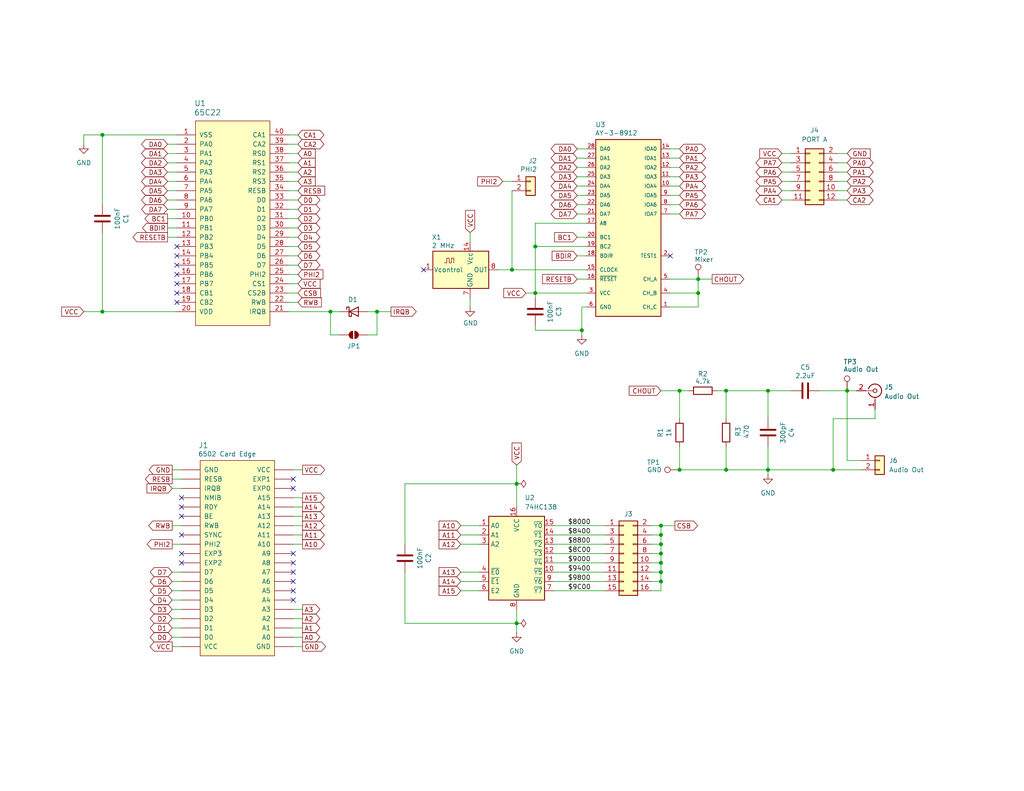
<source format=kicad_sch>
(kicad_sch (version 20250114) (generator "eeschema") (generator_version "9.0")
  (paper "USLetter")
  (title_block (title "6502 Sound Card") (date "2025-09-06") (rev "1.1") (company "A.C. Wright Design"))
  (lib_symbols
    (symbol "6502 Parts:6502 Card Edge" (pin_names (offset 1.016)) (in_bom no)
      (property "Reference" "J" (at -10.16 28.448 0))
      (property "Value" "6502 Card Edge" (at -5.588 26.924 0))
      (symbol "6502 Card Edge_1_0"
        (pin power_in line (at -15.24 22.86 0) (length 5.08) (name "GND") (number "GND"))
        (pin bidirectional line (at -15.24 20.32 0) (length 5.08) (name "RESB") (number "RESB"))
        (pin bidirectional line (at -15.24 17.78 0) (length 5.08) (name "IRQB") (number "IRQB"))
        (pin bidirectional line (at -15.24 15.24 0) (length 5.08) (name "NMIB") (number "NMIB"))
        (pin bidirectional line (at -15.24 12.7 0) (length 5.08) (name "RDY") (number "RDY"))
        (pin bidirectional line (at -15.24 10.16 0) (length 5.08) (name "BE") (number "BE"))
        (pin bidirectional line (at -15.24 7.62 0) (length 5.08) (name "RWB") (number "RWB"))
        (pin bidirectional line (at -15.24 5.08 0) (length 5.08) (name "SYNC") (number "SYNC"))
        (pin bidirectional line (at -15.24 2.54 0) (length 5.08) (name "PHI2") (number "PHI2"))
        (pin bidirectional line (at -15.24 0 0) (length 5.08) (name "EXP3") (number "EXP3"))
        (pin bidirectional line (at -15.24 -2.54 0) (length 5.08) (name "EXP2") (number "EXP2"))
        (pin bidirectional line (at -15.24 -5.08 0) (length 5.08) (name "D7") (number "D7"))
        (pin bidirectional line (at -15.24 -7.62 0) (length 5.08) (name "D6") (number "D6"))
        (pin bidirectional line (at -15.24 -10.16 0) (length 5.08) (name "D5") (number "D5"))
        (pin bidirectional line (at -15.24 -12.7 0) (length 5.08) (name "D4") (number "D4"))
        (pin bidirectional line (at -15.24 -15.24 0) (length 5.08) (name "D3") (number "D3"))
        (pin bidirectional line (at -15.24 -17.78 0) (length 5.08) (name "D2") (number "D2"))
        (pin bidirectional line (at -15.24 -20.32 0) (length 5.08) (name "D1") (number "D1"))
        (pin bidirectional line (at -15.24 -22.86 0) (length 5.08) (name "D0") (number "D0"))
        (pin power_in line (at -15.24 -25.4 0) (length 5.08) (name "VCC") (number "VCC"))
        (pin power_in line (at 15.24 22.86 180) (length 5.08) (name "VCC") (number "VCC"))
        (pin bidirectional line (at 15.24 20.32 180) (length 5.08) (name "EXP1") (number "EXP1"))
        (pin bidirectional line (at 15.24 17.78 180) (length 5.08) (name "EXP0") (number "EXP0"))
        (pin bidirectional line (at 15.24 15.24 180) (length 5.08) (name "A15") (number "A15"))
        (pin bidirectional line (at 15.24 12.7 180) (length 5.08) (name "A14") (number "A14"))
        (pin bidirectional line (at 15.24 10.16 180) (length 5.08) (name "A13") (number "A13"))
        (pin bidirectional line (at 15.24 7.62 180) (length 5.08) (name "A12") (number "A12"))
        (pin bidirectional line (at 15.24 5.08 180) (length 5.08) (name "A11") (number "A11"))
        (pin bidirectional line (at 15.24 2.54 180) (length 5.08) (name "A10") (number "A10"))
        (pin bidirectional line (at 15.24 0 180) (length 5.08) (name "A9") (number "A9"))
        (pin bidirectional line (at 15.24 -2.54 180) (length 5.08) (name "A8") (number "A8"))
        (pin bidirectional line (at 15.24 -5.08 180) (length 5.08) (name "A7") (number "A7"))
        (pin bidirectional line (at 15.24 -7.62 180) (length 5.08) (name "A6") (number "A6"))
        (pin bidirectional line (at 15.24 -10.16 180) (length 5.08) (name "A5") (number "A5"))
        (pin bidirectional line (at 15.24 -12.7 180) (length 5.08) (name "A4") (number "A4"))
        (pin bidirectional line (at 15.24 -15.24 180) (length 5.08) (name "A3") (number "A3"))
        (pin bidirectional line (at 15.24 -17.78 180) (length 5.08) (name "A2") (number "A2"))
        (pin bidirectional line (at 15.24 -20.32 180) (length 5.08) (name "A1") (number "A1"))
        (pin bidirectional line (at 15.24 -22.86 180) (length 5.08) (name "A0") (number "A0"))
        (pin power_in line (at 15.24 -25.4 180) (length 5.08) (name "GND") (number "GND"))
      )
    )
    (symbol "6502 Parts:65C22" (pin_names (offset 1.016))
      (property "Reference" "U" (at 4.826 8.128 0))
      (property "Value" "65C22" (at 4.826 5.588 0))
      (symbol "65C22_1_0"
        (pin power_in line (at 0 0 0) (length 5.08) (name "VSS") (number "1"))
        (pin bidirectional line (at 0 -2.54 0) (length 5.08) (name "PA0") (number "2"))
        (pin bidirectional line (at 0 -5.08 0) (length 5.08) (name "PA1") (number "3"))
        (pin bidirectional line (at 0 -7.62 0) (length 5.08) (name "PA2") (number "4"))
        (pin bidirectional line (at 0 -10.16 0) (length 5.08) (name "PA3") (number "5"))
        (pin bidirectional line (at 0 -12.7 0) (length 5.08) (name "PA4") (number "6"))
        (pin bidirectional line (at 0 -15.24 0) (length 5.08) (name "PA5") (number "7"))
        (pin bidirectional line (at 0 -17.78 0) (length 5.08) (name "PA6") (number "8"))
        (pin bidirectional line (at 0 -20.32 0) (length 5.08) (name "PA7") (number "9"))
        (pin bidirectional line (at 0 -22.86 0) (length 5.08) (name "PB0") (number "10"))
        (pin bidirectional line (at 0 -25.4 0) (length 5.08) (name "PB1") (number "11"))
        (pin bidirectional line (at 0 -27.94 0) (length 5.08) (name "PB2") (number "12"))
        (pin bidirectional line (at 0 -30.48 0) (length 5.08) (name "PB3") (number "13"))
        (pin bidirectional line (at 0 -33.02 0) (length 5.08) (name "PB4") (number "14"))
        (pin bidirectional line (at 0 -35.56 0) (length 5.08) (name "PB5") (number "15"))
        (pin bidirectional line (at 0 -38.1 0) (length 5.08) (name "PB6") (number "16"))
        (pin bidirectional line (at 0 -40.64 0) (length 5.08) (name "PB7") (number "17"))
        (pin bidirectional line (at 0 -43.18 0) (length 5.08) (name "CB1") (number "18"))
        (pin bidirectional line (at 0 -45.72 0) (length 5.08) (name "CB2") (number "19"))
        (pin power_in line (at 0 -48.26 0) (length 5.08) (name "VDD") (number "20"))
        (pin bidirectional line (at 30.48 0 180) (length 5.08) (name "CA1") (number "40"))
        (pin bidirectional line (at 30.48 -2.54 180) (length 5.08) (name "CA2") (number "39"))
        (pin input line (at 30.48 -5.08 180) (length 5.08) (name "RS0") (number "38"))
        (pin input line (at 30.48 -7.62 180) (length 5.08) (name "RS1") (number "37"))
        (pin input line (at 30.48 -10.16 180) (length 5.08) (name "RS2") (number "36"))
        (pin input line (at 30.48 -12.7 180) (length 5.08) (name "RS3") (number "35"))
        (pin input line (at 30.48 -15.24 180) (length 5.08) (name "RESB") (number "34"))
        (pin output line (at 30.48 -17.78 180) (length 5.08) (name "D0") (number "33"))
        (pin output line (at 30.48 -20.32 180) (length 5.08) (name "D1") (number "32"))
        (pin output line (at 30.48 -22.86 180) (length 5.08) (name "D2") (number "31"))
        (pin output line (at 30.48 -25.4 180) (length 5.08) (name "D3") (number "30"))
        (pin output line (at 30.48 -27.94 180) (length 5.08) (name "D4") (number "29"))
        (pin output line (at 30.48 -30.48 180) (length 5.08) (name "D5") (number "28"))
        (pin output line (at 30.48 -33.02 180) (length 5.08) (name "D6") (number "27"))
        (pin output line (at 30.48 -35.56 180) (length 5.08) (name "D7") (number "26"))
        (pin input line (at 30.48 -38.1 180) (length 5.08) (name "PHI2") (number "25"))
        (pin input line (at 30.48 -40.64 180) (length 5.08) (name "CS1") (number "24"))
        (pin input line (at 30.48 -43.18 180) (length 5.08) (name "CS2B") (number "23"))
        (pin input line (at 30.48 -45.72 180) (length 5.08) (name "RWB") (number "22"))
        (pin output line (at 30.48 -48.26 180) (length 5.08) (name "IRQB") (number "21"))
      )
    )
    (symbol "6502 Parts:AY-3-8912" (pin_names (offset 1.016))
      (property "Reference" "U" (at 0 0 0))
      (property "Value" "AY-3-8912" (at 0 0 0))
      (symbol "AY-3-8912_0_0"
        (pin bidirectional line (at -11.43 21.59 0) (length 2.54) (name "DA0") (number "28"))
        (pin bidirectional line (at -11.43 19.05 0) (length 2.54) (name "DA1") (number "27"))
        (pin bidirectional line (at -11.43 16.51 0) (length 2.54) (name "DA2") (number "26"))
        (pin bidirectional line (at -11.43 13.97 0) (length 2.54) (name "DA3") (number "25"))
        (pin bidirectional line (at -11.43 11.43 0) (length 2.54) (name "DA4") (number "24"))
        (pin bidirectional line (at -11.43 8.89 0) (length 2.54) (name "DA5") (number "23"))
        (pin bidirectional line (at -11.43 6.35 0) (length 2.54) (name "DA6") (number "22"))
        (pin bidirectional line (at -11.43 3.81 0) (length 2.54) (name "DA7") (number "21"))
        (pin input line (at -11.43 1.27 0) (length 2.54) (name "A8") (number "17"))
        (pin input line (at -11.43 -2.54 0) (length 2.54) (name "BC1") (number "20"))
        (pin input line (at -11.43 -5.08 0) (length 2.54) (name "BC2") (number "19"))
        (pin input line (at -11.43 -7.62 0) (length 2.54) (name "BDIR") (number "18"))
        (pin input line (at -11.43 -11.43 0) (length 2.54) (name "CLOCK") (number "15"))
        (pin input line (at -11.43 -13.97 0) (length 2.54) (name "~{RESET}") (number "16"))
        (pin power_in line (at -11.43 -17.78 0) (length 2.54) (name "VCC") (number "3"))
        (pin power_in line (at -11.43 -21.59 0) (length 2.54) (name "GND") (number "6"))
        (pin bidirectional line (at 11.43 21.59 180) (length 2.54) (name "IOA0") (number "14"))
        (pin bidirectional line (at 11.43 19.05 180) (length 2.54) (name "IOA1") (number "13"))
        (pin bidirectional line (at 11.43 16.51 180) (length 2.54) (name "IOA2") (number "12"))
        (pin bidirectional line (at 11.43 13.97 180) (length 2.54) (name "IOA3") (number "11"))
        (pin bidirectional line (at 11.43 11.43 180) (length 2.54) (name "IOA4") (number "10"))
        (pin bidirectional line (at 11.43 8.89 180) (length 2.54) (name "IOA5") (number "9"))
        (pin bidirectional line (at 11.43 6.35 180) (length 2.54) (name "IOA6") (number "8"))
        (pin bidirectional line (at 11.43 3.81 180) (length 2.54) (name "IOA7") (number "7"))
        (pin input line (at 11.43 -7.62 180) (length 2.54) (name "TEST1") (number "2"))
      )
      (symbol "AY-3-8912_1_0"
        (pin passive line (at 11.43 -13.97 180) (length 2.54) (name "CH_A") (number "5"))
        (pin passive line (at 11.43 -17.78 180) (length 2.54) (name "CH_B") (number "4"))
        (pin passive line (at 11.43 -21.59 180) (length 2.54) (name "CH_C") (number "1"))
      )
    )
    (symbol "6502 Parts:PJRAN1X1U02X" (pin_names (offset 1.016) (hide yes)) (in_bom no)
      (property "Reference" "J" (at 0.254 3.048 0))
      (property "Value" "PJRAN1X1U02X" (at 2.921 0 90))
      (symbol "PJRAN1X1U02X_1_1"
        (pin passive line (at -5.08 0 0) (length 2.54) (name "In") (number "2"))
        (pin passive line (at 0 -5.08 90) (length 2.54) (name "Ext") (number "1"))
      )
    )
    (symbol "74xx:74HC138"
      (property "Reference" "U" (at -7.62 13.97 0))
      (property "Value" "74HC138" (at 2.54 -11.43 0))
      (symbol "74HC138_1_1"
        (pin input line (at -10.16 10.16 0) (length 2.54) (name "A0") (number "1"))
        (pin input line (at -10.16 7.62 0) (length 2.54) (name "A1") (number "2"))
        (pin input line (at -10.16 5.08 0) (length 2.54) (name "A2") (number "3"))
        (pin input line (at -10.16 -2.54 0) (length 2.54) (name "~{E0}") (number "4"))
        (pin input line (at -10.16 -5.08 0) (length 2.54) (name "~{E1}") (number "5"))
        (pin input line (at -10.16 -7.62 0) (length 2.54) (name "E2") (number "6"))
        (pin power_in line (at 0 15.24 270) (length 2.54) (name "VCC") (number "16"))
        (pin power_in line (at 0 -12.7 90) (length 2.54) (name "GND") (number "8"))
        (pin output line (at 10.16 10.16 180) (length 2.54) (name "~{Y0}") (number "15"))
        (pin output line (at 10.16 7.62 180) (length 2.54) (name "~{Y1}") (number "14"))
        (pin output line (at 10.16 5.08 180) (length 2.54) (name "~{Y2}") (number "13"))
        (pin output line (at 10.16 2.54 180) (length 2.54) (name "~{Y3}") (number "12"))
        (pin output line (at 10.16 0 180) (length 2.54) (name "~{Y4}") (number "11"))
        (pin output line (at 10.16 -2.54 180) (length 2.54) (name "~{Y5}") (number "10"))
        (pin output line (at 10.16 -5.08 180) (length 2.54) (name "~{Y6}") (number "9"))
        (pin output line (at 10.16 -7.62 180) (length 2.54) (name "~{Y7}") (number "7"))
      )
    )
    (symbol "Connector:TestPoint" (pin_numbers (hide yes)) (pin_names (offset 0.762) (hide yes))
      (property "Reference" "TP" (at 0 6.858 0))
      (property "Value" "TestPoint" (at 0 5.08 0))
      (symbol "TestPoint_1_1"
        (pin passive line (at 0 0 90) (length 2.54) (name "1") (number "1"))
      )
    )
    (symbol "Connector_Generic:Conn_01x02" (pin_names (offset 1.016) (hide yes))
      (property "Reference" "J" (at 0 2.54 0))
      (property "Value" "Conn_01x02" (at 0 -5.08 0))
      (symbol "Conn_01x02_1_1"
        (pin passive line (at -5.08 0 0) (length 3.81) (name "Pin_1") (number "1"))
        (pin passive line (at -5.08 -2.54 0) (length 3.81) (name "Pin_2") (number "2"))
      )
    )
    (symbol "Connector_Generic:Conn_02x06_Odd_Even" (pin_names (offset 1.016) (hide yes))
      (property "Reference" "J" (at 1.27 7.62 0))
      (property "Value" "Conn_02x06_Odd_Even" (at 1.27 -10.16 0))
      (symbol "Conn_02x06_Odd_Even_1_1"
        (pin passive line (at -5.08 5.08 0) (length 3.81) (name "Pin_1") (number "1"))
        (pin passive line (at -5.08 2.54 0) (length 3.81) (name "Pin_3") (number "3"))
        (pin passive line (at -5.08 0 0) (length 3.81) (name "Pin_5") (number "5"))
        (pin passive line (at -5.08 -2.54 0) (length 3.81) (name "Pin_7") (number "7"))
        (pin passive line (at -5.08 -5.08 0) (length 3.81) (name "Pin_9") (number "9"))
        (pin passive line (at -5.08 -7.62 0) (length 3.81) (name "Pin_11") (number "11"))
        (pin passive line (at 7.62 5.08 180) (length 3.81) (name "Pin_2") (number "2"))
        (pin passive line (at 7.62 2.54 180) (length 3.81) (name "Pin_4") (number "4"))
        (pin passive line (at 7.62 0 180) (length 3.81) (name "Pin_6") (number "6"))
        (pin passive line (at 7.62 -2.54 180) (length 3.81) (name "Pin_8") (number "8"))
        (pin passive line (at 7.62 -5.08 180) (length 3.81) (name "Pin_10") (number "10"))
        (pin passive line (at 7.62 -7.62 180) (length 3.81) (name "Pin_12") (number "12"))
      )
    )
    (symbol "Connector_Generic:Conn_02x08_Odd_Even" (pin_names (offset 1.016) (hide yes))
      (property "Reference" "J" (at 1.27 10.16 0))
      (property "Value" "Conn_02x08_Odd_Even" (at 1.27 -12.7 0))
      (symbol "Conn_02x08_Odd_Even_1_1"
        (pin passive line (at -5.08 7.62 0) (length 3.81) (name "Pin_1") (number "1"))
        (pin passive line (at -5.08 5.08 0) (length 3.81) (name "Pin_3") (number "3"))
        (pin passive line (at -5.08 2.54 0) (length 3.81) (name "Pin_5") (number "5"))
        (pin passive line (at -5.08 0 0) (length 3.81) (name "Pin_7") (number "7"))
        (pin passive line (at -5.08 -2.54 0) (length 3.81) (name "Pin_9") (number "9"))
        (pin passive line (at -5.08 -5.08 0) (length 3.81) (name "Pin_11") (number "11"))
        (pin passive line (at -5.08 -7.62 0) (length 3.81) (name "Pin_13") (number "13"))
        (pin passive line (at -5.08 -10.16 0) (length 3.81) (name "Pin_15") (number "15"))
        (pin passive line (at 7.62 7.62 180) (length 3.81) (name "Pin_2") (number "2"))
        (pin passive line (at 7.62 5.08 180) (length 3.81) (name "Pin_4") (number "4"))
        (pin passive line (at 7.62 2.54 180) (length 3.81) (name "Pin_6") (number "6"))
        (pin passive line (at 7.62 0 180) (length 3.81) (name "Pin_8") (number "8"))
        (pin passive line (at 7.62 -2.54 180) (length 3.81) (name "Pin_10") (number "10"))
        (pin passive line (at 7.62 -5.08 180) (length 3.81) (name "Pin_12") (number "12"))
        (pin passive line (at 7.62 -7.62 180) (length 3.81) (name "Pin_14") (number "14"))
        (pin passive line (at 7.62 -10.16 180) (length 3.81) (name "Pin_16") (number "16"))
      )
    )
    (symbol "Device:C" (pin_numbers (hide yes)) (pin_names (offset 0.254))
      (property "Reference" "C" (at 0.635 2.54 0))
      (property "Value" "C" (at 0.635 -2.54 0))
      (symbol "C_1_1"
        (pin passive line (at 0 3.81 270) (length 2.794) (name "~") (number "1"))
        (pin passive line (at 0 -3.81 90) (length 2.794) (name "~") (number "2"))
      )
    )
    (symbol "Device:D_Schottky" (pin_numbers (hide yes)) (pin_names (offset 1.016) (hide yes))
      (property "Reference" "D" (at 0 2.54 0))
      (property "Value" "D_Schottky" (at 0 -2.54 0))
      (symbol "D_Schottky_1_1"
        (pin passive line (at -3.81 0 0) (length 2.54) (name "K") (number "1"))
        (pin passive line (at 3.81 0 180) (length 2.54) (name "A") (number "2"))
      )
    )
    (symbol "Device:R" (pin_numbers (hide yes)) (pin_names (offset 0))
      (property "Reference" "R" (at 2.032 0 90))
      (property "Value" "R" (at 0 0 90))
      (symbol "R_1_1"
        (pin passive line (at 0 3.81 270) (length 1.27) (name "~") (number "1"))
        (pin passive line (at 0 -3.81 90) (length 1.27) (name "~") (number "2"))
      )
    )
    (symbol "Jumper:SolderJumper_2_Open" (pin_numbers (hide yes)) (pin_names (offset 0) (hide yes)) (in_bom no)
      (property "Reference" "JP" (at 0 2.032 0))
      (property "Value" "SolderJumper_2_Open" (at 0 -2.54 0))
      (symbol "SolderJumper_2_Open_1_1"
        (pin passive line (at -3.81 0 0) (length 2.54) (name "A") (number "1"))
        (pin passive line (at 3.81 0 180) (length 2.54) (name "B") (number "2"))
      )
    )
    (symbol "Oscillator:OCXO-14" (pin_names (offset 0.254))
      (property "Reference" "Y" (at -5.08 6.35 0))
      (property "Value" "OCXO-14" (at 1.27 -6.35 0))
      (symbol "OCXO-14_1_1"
        (pin input line (at -12.7 0 0) (length 2.54) (name "Vcontrol") (number "1"))
        (pin power_in line (at 0 7.62 270) (length 2.54) (name "Vcc") (number "14"))
        (pin power_in line (at 0 -7.62 90) (length 2.54) (name "GND") (number "7"))
        (pin output line (at 7.62 0 180) (length 2.54) (name "OUT") (number "8"))
      )
    )
    (symbol "power:GND" (power) (pin_numbers (hide yes)) (pin_names (offset 0) (hide yes))
      (property "Value" "GND" (at 0 -3.81 0))
      (symbol "GND_1_1"
        (pin power_in line (at 0 0 270) (length 0) (name "~") (number "1"))
      )
    )
    (symbol "power:PWR_FLAG" (power) (pin_numbers (hide yes)) (pin_names (offset 0) (hide yes))
      (property "Value" "PWR_FLAG" (at 0 3.81 0))
      (symbol "PWR_FLAG_0_0"
        (pin power_out line (at 0 0 90) (length 0) (name "~") (number "1"))
      )
    )
  )
  (junction (at 227.33 128.27))
  (junction (at 190.5 76.2))
  (junction (at 185.42 106.68))
  (junction (at 139.7 73.66))
  (junction (at 180.34 151.13))
  (junction (at 140.97 132.08))
  (junction (at 180.34 156.21))
  (junction (at 231.14 106.68))
  (junction (at 146.05 67.31))
  (junction (at 158.75 90.17))
  (junction (at 180.34 153.67))
  (junction (at 185.42 128.27))
  (junction (at 102.87 85.09))
  (junction (at 180.34 158.75))
  (junction (at 198.12 106.68))
  (junction (at 209.55 128.27))
  (junction (at 90.17 85.09))
  (junction (at 209.55 106.68))
  (junction (at 190.5 80.01))
  (junction (at 27.94 36.83))
  (junction (at 27.94 85.09))
  (junction (at 180.34 148.59))
  (junction (at 180.34 146.05))
  (junction (at 180.34 143.51))
  (junction (at 198.12 128.27))
  (junction (at 146.05 80.01))
  (junction (at 140.97 170.18))
  (no_connect (at 115.57 73.66))
  (no_connect (at 182.88 69.85))
  (no_connect (at 80.01 153.67))
  (no_connect (at 49.53 153.67))
  (no_connect (at 48.26 69.85))
  (no_connect (at 49.53 140.97))
  (no_connect (at 49.53 138.43))
  (no_connect (at 80.01 156.21))
  (no_connect (at 80.01 163.83))
  (no_connect (at 80.01 158.75))
  (no_connect (at 48.26 77.47))
  (no_connect (at 49.53 146.05))
  (no_connect (at 48.26 67.31))
  (no_connect (at 49.53 135.89))
  (no_connect (at 48.26 74.93))
  (no_connect (at 49.53 151.13))
  (no_connect (at 48.26 80.01))
  (no_connect (at 80.01 133.35))
  (no_connect (at 48.26 72.39))
  (no_connect (at 80.01 130.81))
  (no_connect (at 80.01 161.29))
  (no_connect (at 80.01 151.13))
  (no_connect (at 48.26 82.55))
  (wire (pts (xy 228.6 54.61) (xy 231.14 54.61)))
  (wire (pts (xy 135.89 73.66) (xy 139.7 73.66)))
  (wire (pts (xy 78.74 57.15) (xy 81.28 57.15)))
  (wire (pts (xy 143.51 80.01) (xy 146.05 80.01)))
  (wire (pts (xy 180.34 151.13) (xy 180.34 148.59)))
  (wire (pts (xy 110.49 170.18) (xy 110.49 156.21)))
  (wire (pts (xy 45.72 39.37) (xy 48.26 39.37)))
  (wire (pts (xy 78.74 49.53) (xy 81.28 49.53)))
  (wire (pts (xy 151.13 161.29) (xy 165.1 161.29)))
  (wire (pts (xy 45.72 64.77) (xy 48.26 64.77)))
  (wire (pts (xy 160.02 60.96) (xy 146.05 60.96)))
  (wire (pts (xy 180.34 161.29) (xy 180.34 158.75)))
  (wire (pts (xy 146.05 90.17) (xy 146.05 88.9)))
  (wire (pts (xy 125.73 146.05) (xy 130.81 146.05)))
  (wire (pts (xy 46.99 173.99) (xy 49.53 173.99)))
  (wire (pts (xy 110.49 170.18) (xy 140.97 170.18)))
  (wire (pts (xy 140.97 132.08) (xy 110.49 132.08)))
  (wire (pts (xy 46.99 161.29) (xy 49.53 161.29)))
  (wire (pts (xy 209.55 114.3) (xy 209.55 106.68)))
  (wire (pts (xy 102.87 91.44) (xy 102.87 85.09)))
  (wire (pts (xy 80.01 143.51) (xy 82.55 143.51)))
  (wire (pts (xy 223.52 106.68) (xy 231.14 106.68)))
  (wire (pts (xy 238.76 114.3) (xy 238.76 111.76)))
  (wire (pts (xy 80.01 138.43) (xy 82.55 138.43)))
  (wire (pts (xy 198.12 128.27) (xy 209.55 128.27)))
  (wire (pts (xy 78.74 54.61) (xy 81.28 54.61)))
  (wire (pts (xy 90.17 85.09) (xy 92.71 85.09)))
  (wire (pts (xy 180.34 153.67) (xy 180.34 151.13)))
  (wire (pts (xy 160.02 83.82) (xy 158.75 83.82)))
  (wire (pts (xy 146.05 67.31) (xy 160.02 67.31)))
  (wire (pts (xy 78.74 44.45) (xy 81.28 44.45)))
  (wire (pts (xy 157.48 48.26) (xy 160.02 48.26)))
  (wire (pts (xy 157.48 76.2) (xy 160.02 76.2)))
  (wire (pts (xy 140.97 170.18) (xy 140.97 172.72)))
  (wire (pts (xy 27.94 63.5) (xy 27.94 85.09)))
  (wire (pts (xy 151.13 143.51) (xy 165.1 143.51)))
  (wire (pts (xy 151.13 146.05) (xy 165.1 146.05)))
  (wire (pts (xy 157.48 53.34) (xy 160.02 53.34)))
  (wire (pts (xy 45.72 57.15) (xy 48.26 57.15)))
  (wire (pts (xy 78.74 74.93) (xy 81.28 74.93)))
  (wire (pts (xy 182.88 48.26) (xy 185.42 48.26)))
  (wire (pts (xy 78.74 46.99) (xy 81.28 46.99)))
  (wire (pts (xy 180.34 156.21) (xy 180.34 153.67)))
  (wire (pts (xy 46.99 158.75) (xy 49.53 158.75)))
  (wire (pts (xy 46.99 166.37) (xy 49.53 166.37)))
  (wire (pts (xy 180.34 143.51) (xy 184.15 143.51)))
  (wire (pts (xy 102.87 85.09) (xy 106.68 85.09)))
  (wire (pts (xy 209.55 106.68) (xy 198.12 106.68)))
  (wire (pts (xy 139.7 73.66) (xy 160.02 73.66)))
  (wire (pts (xy 157.48 50.8) (xy 160.02 50.8)))
  (wire (pts (xy 151.13 153.67) (xy 165.1 153.67)))
  (wire (pts (xy 128.27 63.5) (xy 128.27 66.04)))
  (wire (pts (xy 228.6 49.53) (xy 231.14 49.53)))
  (wire (pts (xy 198.12 121.92) (xy 198.12 128.27)))
  (wire (pts (xy 146.05 60.96) (xy 146.05 67.31)))
  (wire (pts (xy 46.99 163.83) (xy 49.53 163.83)))
  (wire (pts (xy 110.49 132.08) (xy 110.49 148.59)))
  (wire (pts (xy 228.6 41.91) (xy 231.14 41.91)))
  (wire (pts (xy 78.74 82.55) (xy 81.28 82.55)))
  (wire (pts (xy 227.33 128.27) (xy 234.95 128.27)))
  (wire (pts (xy 46.99 148.59) (xy 49.53 148.59)))
  (wire (pts (xy 198.12 106.68) (xy 198.12 114.3)))
  (wire (pts (xy 190.5 76.2) (xy 190.5 80.01)))
  (wire (pts (xy 80.01 128.27) (xy 82.55 128.27)))
  (wire (pts (xy 45.72 44.45) (xy 48.26 44.45)))
  (wire (pts (xy 78.74 72.39) (xy 81.28 72.39)))
  (wire (pts (xy 227.33 128.27) (xy 209.55 128.27)))
  (wire (pts (xy 180.34 148.59) (xy 180.34 146.05)))
  (wire (pts (xy 46.99 128.27) (xy 49.53 128.27)))
  (wire (pts (xy 231.14 106.68) (xy 233.68 106.68)))
  (wire (pts (xy 45.72 49.53) (xy 48.26 49.53)))
  (wire (pts (xy 46.99 133.35) (xy 49.53 133.35)))
  (wire (pts (xy 177.8 143.51) (xy 180.34 143.51)))
  (wire (pts (xy 182.88 40.64) (xy 185.42 40.64)))
  (wire (pts (xy 46.99 130.81) (xy 49.53 130.81)))
  (wire (pts (xy 100.33 91.44) (xy 102.87 91.44)))
  (wire (pts (xy 157.48 40.64) (xy 160.02 40.64)))
  (wire (pts (xy 182.88 53.34) (xy 185.42 53.34)))
  (wire (pts (xy 140.97 132.08) (xy 140.97 127)))
  (wire (pts (xy 190.5 76.2) (xy 194.31 76.2)))
  (wire (pts (xy 209.55 121.92) (xy 209.55 128.27)))
  (wire (pts (xy 182.88 76.2) (xy 190.5 76.2)))
  (wire (pts (xy 213.36 41.91) (xy 215.9 41.91)))
  (wire (pts (xy 90.17 91.44) (xy 92.71 91.44)))
  (wire (pts (xy 182.88 45.72) (xy 185.42 45.72)))
  (wire (pts (xy 46.99 176.53) (xy 49.53 176.53)))
  (wire (pts (xy 80.01 173.99) (xy 82.55 173.99)))
  (wire (pts (xy 78.74 80.01) (xy 81.28 80.01)))
  (wire (pts (xy 80.01 176.53) (xy 82.55 176.53)))
  (wire (pts (xy 125.73 156.21) (xy 130.81 156.21)))
  (wire (pts (xy 234.95 125.73) (xy 231.14 125.73)))
  (wire (pts (xy 195.58 106.68) (xy 198.12 106.68)))
  (wire (pts (xy 78.74 39.37) (xy 81.28 39.37)))
  (wire (pts (xy 78.74 67.31) (xy 81.28 67.31)))
  (wire (pts (xy 45.72 62.23) (xy 48.26 62.23)))
  (wire (pts (xy 146.05 67.31) (xy 146.05 80.01)))
  (wire (pts (xy 157.48 58.42) (xy 160.02 58.42)))
  (wire (pts (xy 46.99 156.21) (xy 49.53 156.21)))
  (wire (pts (xy 158.75 90.17) (xy 158.75 91.44)))
  (wire (pts (xy 228.6 44.45) (xy 231.14 44.45)))
  (wire (pts (xy 157.48 43.18) (xy 160.02 43.18)))
  (wire (pts (xy 125.73 148.59) (xy 130.81 148.59)))
  (wire (pts (xy 78.74 77.47) (xy 81.28 77.47)))
  (wire (pts (xy 80.01 135.89) (xy 82.55 135.89)))
  (wire (pts (xy 146.05 80.01) (xy 160.02 80.01)))
  (wire (pts (xy 46.99 143.51) (xy 49.53 143.51)))
  (wire (pts (xy 46.99 171.45) (xy 49.53 171.45)))
  (wire (pts (xy 158.75 83.82) (xy 158.75 90.17)))
  (wire (pts (xy 180.34 146.05) (xy 177.8 146.05)))
  (wire (pts (xy 80.01 166.37) (xy 82.55 166.37)))
  (wire (pts (xy 209.55 128.27) (xy 209.55 129.54)))
  (wire (pts (xy 177.8 148.59) (xy 180.34 148.59)))
  (wire (pts (xy 185.42 121.92) (xy 185.42 128.27)))
  (wire (pts (xy 27.94 36.83) (xy 48.26 36.83)))
  (wire (pts (xy 125.73 161.29) (xy 130.81 161.29)))
  (wire (pts (xy 228.6 46.99) (xy 231.14 46.99)))
  (wire (pts (xy 80.01 171.45) (xy 82.55 171.45)))
  (wire (pts (xy 80.01 146.05) (xy 82.55 146.05)))
  (wire (pts (xy 140.97 166.37) (xy 140.97 170.18)))
  (wire (pts (xy 151.13 148.59) (xy 165.1 148.59)))
  (wire (pts (xy 146.05 90.17) (xy 158.75 90.17)))
  (wire (pts (xy 180.34 146.05) (xy 180.34 143.51)))
  (wire (pts (xy 213.36 52.07) (xy 215.9 52.07)))
  (wire (pts (xy 125.73 143.51) (xy 130.81 143.51)))
  (wire (pts (xy 78.74 52.07) (xy 81.28 52.07)))
  (wire (pts (xy 22.86 36.83) (xy 27.94 36.83)))
  (wire (pts (xy 180.34 153.67) (xy 177.8 153.67)))
  (wire (pts (xy 151.13 151.13) (xy 165.1 151.13)))
  (wire (pts (xy 90.17 85.09) (xy 90.17 91.44)))
  (wire (pts (xy 157.48 64.77) (xy 160.02 64.77)))
  (wire (pts (xy 182.88 58.42) (xy 185.42 58.42)))
  (wire (pts (xy 180.34 158.75) (xy 180.34 156.21)))
  (wire (pts (xy 140.97 132.08) (xy 140.97 138.43)))
  (wire (pts (xy 185.42 106.68) (xy 187.96 106.68)))
  (wire (pts (xy 157.48 55.88) (xy 160.02 55.88)))
  (wire (pts (xy 213.36 49.53) (xy 215.9 49.53)))
  (wire (pts (xy 22.86 39.37) (xy 22.86 36.83)))
  (wire (pts (xy 27.94 85.09) (xy 48.26 85.09)))
  (wire (pts (xy 125.73 158.75) (xy 130.81 158.75)))
  (wire (pts (xy 45.72 46.99) (xy 48.26 46.99)))
  (wire (pts (xy 78.74 69.85) (xy 81.28 69.85)))
  (wire (pts (xy 102.87 85.09) (xy 100.33 85.09)))
  (wire (pts (xy 151.13 156.21) (xy 165.1 156.21)))
  (wire (pts (xy 180.34 158.75) (xy 177.8 158.75)))
  (wire (pts (xy 180.34 156.21) (xy 177.8 156.21)))
  (wire (pts (xy 80.01 140.97) (xy 82.55 140.97)))
  (wire (pts (xy 139.7 52.07) (xy 139.7 73.66)))
  (wire (pts (xy 78.74 36.83) (xy 81.28 36.83)))
  (wire (pts (xy 45.72 54.61) (xy 48.26 54.61)))
  (wire (pts (xy 213.36 46.99) (xy 215.9 46.99)))
  (wire (pts (xy 80.01 168.91) (xy 82.55 168.91)))
  (wire (pts (xy 231.14 125.73) (xy 231.14 106.68)))
  (wire (pts (xy 146.05 81.28) (xy 146.05 80.01)))
  (wire (pts (xy 157.48 69.85) (xy 160.02 69.85)))
  (wire (pts (xy 185.42 128.27) (xy 198.12 128.27)))
  (wire (pts (xy 213.36 44.45) (xy 215.9 44.45)))
  (wire (pts (xy 128.27 81.28) (xy 128.27 83.82)))
  (wire (pts (xy 185.42 114.3) (xy 185.42 106.68)))
  (wire (pts (xy 182.88 83.82) (xy 190.5 83.82)))
  (wire (pts (xy 78.74 41.91) (xy 81.28 41.91)))
  (wire (pts (xy 45.72 52.07) (xy 48.26 52.07)))
  (wire (pts (xy 22.86 85.09) (xy 27.94 85.09)))
  (wire (pts (xy 180.34 151.13) (xy 177.8 151.13)))
  (wire (pts (xy 209.55 106.68) (xy 215.9 106.68)))
  (wire (pts (xy 182.88 50.8) (xy 185.42 50.8)))
  (wire (pts (xy 228.6 52.07) (xy 231.14 52.07)))
  (wire (pts (xy 80.01 148.59) (xy 82.55 148.59)))
  (wire (pts (xy 180.34 106.68) (xy 185.42 106.68)))
  (wire (pts (xy 227.33 114.3) (xy 238.76 114.3)))
  (wire (pts (xy 78.74 62.23) (xy 81.28 62.23)))
  (wire (pts (xy 78.74 64.77) (xy 81.28 64.77)))
  (wire (pts (xy 177.8 161.29) (xy 180.34 161.29)))
  (wire (pts (xy 78.74 59.69) (xy 81.28 59.69)))
  (wire (pts (xy 190.5 80.01) (xy 190.5 83.82)))
  (wire (pts (xy 137.16 49.53) (xy 139.7 49.53)))
  (wire (pts (xy 27.94 36.83) (xy 27.94 55.88)))
  (wire (pts (xy 182.88 55.88) (xy 185.42 55.88)))
  (wire (pts (xy 182.88 80.01) (xy 190.5 80.01)))
  (wire (pts (xy 182.88 43.18) (xy 185.42 43.18)))
  (wire (pts (xy 45.72 59.69) (xy 48.26 59.69)))
  (wire (pts (xy 46.99 168.91) (xy 49.53 168.91)))
  (wire (pts (xy 227.33 114.3) (xy 227.33 128.27)))
  (wire (pts (xy 78.74 85.09) (xy 90.17 85.09)))
  (wire (pts (xy 151.13 158.75) (xy 165.1 158.75)))
  (wire (pts (xy 157.48 45.72) (xy 160.02 45.72)))
  (wire (pts (xy 45.72 41.91) (xy 48.26 41.91)))
  (wire (pts (xy 213.36 54.61) (xy 215.9 54.61)))
  (label "$8400" (at 154.94 146.05 0))
  (label "$9C00" (at 154.94 161.29 0))
  (label "$9000" (at 154.94 153.67 0))
  (label "$8800" (at 154.94 148.59 0))
  (label "$8000" (at 154.94 143.51 0))
  (label "$9400" (at 154.94 156.21 0))
  (label "$9800" (at 154.94 158.75 0))
  (label "$8C00" (at 154.94 151.13 0))
  (global_label "DA7" (shape bidirectional) (at 45.72 57.15 180) (property "Intersheetrefs" "${INTERSHEET_REFS}" (effects (hide yes))))
  (global_label "D5" (shape bidirectional) (at 46.99 161.29 180) (property "Intersheetrefs" "${INTERSHEET_REFS}" (effects (hide yes))))
  (global_label "A0" (shape input) (at 81.28 41.91 0) (property "Intersheetrefs" "${INTERSHEET_REFS}" (effects (hide yes))))
  (global_label "DA0" (shape bidirectional) (at 157.48 40.64 180) (property "Intersheetrefs" "${INTERSHEET_REFS}" (effects (hide yes))))
  (global_label "DA6" (shape bidirectional) (at 157.48 55.88 180) (property "Intersheetrefs" "${INTERSHEET_REFS}" (effects (hide yes))))
  (global_label "IRQB" (shape input) (at 46.99 133.35 180) (property "Intersheetrefs" "${INTERSHEET_REFS}" (effects (hide yes))))
  (global_label "A11" (shape input) (at 125.73 146.05 180) (property "Intersheetrefs" "${INTERSHEET_REFS}" (effects (hide yes))))
  (global_label "D6" (shape bidirectional) (at 81.28 69.85 0) (property "Intersheetrefs" "${INTERSHEET_REFS}" (effects (hide yes))))
  (global_label "DA5" (shape bidirectional) (at 157.48 53.34 180) (property "Intersheetrefs" "${INTERSHEET_REFS}" (effects (hide yes))))
  (global_label "DA4" (shape bidirectional) (at 157.48 50.8 180) (property "Intersheetrefs" "${INTERSHEET_REFS}" (effects (hide yes))))
  (global_label "PA7" (shape bidirectional) (at 213.36 44.45 180) (property "Intersheetrefs" "${INTERSHEET_REFS}" (effects (hide yes))))
  (global_label "A13" (shape output) (at 82.55 140.97 0) (property "Intersheetrefs" "${INTERSHEET_REFS}" (effects (hide yes))))
  (global_label "VCC" (shape input) (at 140.97 127 90) (property "Intersheetrefs" "${INTERSHEET_REFS}" (effects (hide yes))))
  (global_label "PA5" (shape bidirectional) (at 213.36 49.53 180) (property "Intersheetrefs" "${INTERSHEET_REFS}" (effects (hide yes))))
  (global_label "A12" (shape input) (at 125.73 148.59 180) (property "Intersheetrefs" "${INTERSHEET_REFS}" (effects (hide yes))))
  (global_label "DA3" (shape bidirectional) (at 157.48 48.26 180) (property "Intersheetrefs" "${INTERSHEET_REFS}" (effects (hide yes))))
  (global_label "BC1" (shape output) (at 45.72 59.69 180) (property "Intersheetrefs" "${INTERSHEET_REFS}" (effects (hide yes))))
  (global_label "A13" (shape input) (at 125.73 156.21 180) (property "Intersheetrefs" "${INTERSHEET_REFS}" (effects (hide yes))))
  (global_label "PHI2" (shape input) (at 137.16 49.53 180) (property "Intersheetrefs" "${INTERSHEET_REFS}" (effects (hide yes))))
  (global_label "PA6" (shape bidirectional) (at 213.36 46.99 180) (property "Intersheetrefs" "${INTERSHEET_REFS}" (effects (hide yes))))
  (global_label "D7" (shape bidirectional) (at 81.28 72.39 0) (property "Intersheetrefs" "${INTERSHEET_REFS}" (effects (hide yes))))
  (global_label "PA5" (shape bidirectional) (at 185.42 53.34 0) (property "Intersheetrefs" "${INTERSHEET_REFS}" (effects (hide yes))))
  (global_label "D1" (shape bidirectional) (at 46.99 171.45 180) (property "Intersheetrefs" "${INTERSHEET_REFS}" (effects (hide yes))))
  (global_label "PA1" (shape bidirectional) (at 231.14 46.99 0) (property "Intersheetrefs" "${INTERSHEET_REFS}" (effects (hide yes))))
  (global_label "BDIR" (shape output) (at 45.72 62.23 180) (property "Intersheetrefs" "${INTERSHEET_REFS}" (effects (hide yes))))
  (global_label "GND" (shape input) (at 231.14 41.91 0) (property "Intersheetrefs" "${INTERSHEET_REFS}" (effects (hide yes))))
  (global_label "VCC" (shape input) (at 213.36 41.91 180) (property "Intersheetrefs" "${INTERSHEET_REFS}" (effects (hide yes))))
  (global_label "A15" (shape output) (at 82.55 135.89 0) (property "Intersheetrefs" "${INTERSHEET_REFS}" (effects (hide yes))))
  (global_label "RESB" (shape input) (at 81.28 52.07 0) (property "Intersheetrefs" "${INTERSHEET_REFS}" (effects (hide yes))))
  (global_label "VCC" (shape output) (at 46.99 176.53 180) (property "Intersheetrefs" "${INTERSHEET_REFS}" (effects (hide yes))))
  (global_label "A14" (shape output) (at 82.55 138.43 0) (property "Intersheetrefs" "${INTERSHEET_REFS}" (effects (hide yes))))
  (global_label "PA6" (shape bidirectional) (at 185.42 55.88 0) (property "Intersheetrefs" "${INTERSHEET_REFS}" (effects (hide yes))))
  (global_label "D3" (shape bidirectional) (at 46.99 166.37 180) (property "Intersheetrefs" "${INTERSHEET_REFS}" (effects (hide yes))))
  (global_label "A14" (shape input) (at 125.73 158.75 180) (property "Intersheetrefs" "${INTERSHEET_REFS}" (effects (hide yes))))
  (global_label "PA7" (shape bidirectional) (at 185.42 58.42 0) (property "Intersheetrefs" "${INTERSHEET_REFS}" (effects (hide yes))))
  (global_label "GND" (shape output) (at 82.55 176.53 0) (property "Intersheetrefs" "${INTERSHEET_REFS}" (effects (hide yes))))
  (global_label "RWB" (shape input) (at 81.28 82.55 0) (property "Intersheetrefs" "${INTERSHEET_REFS}" (effects (hide yes))))
  (global_label "A10" (shape input) (at 125.73 143.51 180) (property "Intersheetrefs" "${INTERSHEET_REFS}" (effects (hide yes))))
  (global_label "IRQB" (shape output) (at 106.68 85.09 0) (property "Intersheetrefs" "${INTERSHEET_REFS}" (effects (hide yes))))
  (global_label "A2" (shape output) (at 82.55 168.91 0) (property "Intersheetrefs" "${INTERSHEET_REFS}" (effects (hide yes))))
  (global_label "A1" (shape output) (at 82.55 171.45 0) (property "Intersheetrefs" "${INTERSHEET_REFS}" (effects (hide yes))))
  (global_label "RESETB" (shape output) (at 45.72 64.77 180) (property "Intersheetrefs" "${INTERSHEET_REFS}" (effects (hide yes))))
  (global_label "RWB" (shape output) (at 46.99 143.51 180) (property "Intersheetrefs" "${INTERSHEET_REFS}" (effects (hide yes))))
  (global_label "D2" (shape bidirectional) (at 46.99 168.91 180) (property "Intersheetrefs" "${INTERSHEET_REFS}" (effects (hide yes))))
  (global_label "DA4" (shape bidirectional) (at 45.72 49.53 180) (property "Intersheetrefs" "${INTERSHEET_REFS}" (effects (hide yes))))
  (global_label "D2" (shape bidirectional) (at 81.28 59.69 0) (property "Intersheetrefs" "${INTERSHEET_REFS}" (effects (hide yes))))
  (global_label "A0" (shape output) (at 82.55 173.99 0) (property "Intersheetrefs" "${INTERSHEET_REFS}" (effects (hide yes))))
  (global_label "D7" (shape bidirectional) (at 46.99 156.21 180) (property "Intersheetrefs" "${INTERSHEET_REFS}" (effects (hide yes))))
  (global_label "PA2" (shape bidirectional) (at 185.42 45.72 0) (property "Intersheetrefs" "${INTERSHEET_REFS}" (effects (hide yes))))
  (global_label "CA2" (shape bidirectional) (at 81.28 39.37 0) (property "Intersheetrefs" "${INTERSHEET_REFS}" (effects (hide yes))))
  (global_label "DA3" (shape bidirectional) (at 45.72 46.99 180) (property "Intersheetrefs" "${INTERSHEET_REFS}" (effects (hide yes))))
  (global_label "DA6" (shape bidirectional) (at 45.72 54.61 180) (property "Intersheetrefs" "${INTERSHEET_REFS}" (effects (hide yes))))
  (global_label "A3" (shape input) (at 81.28 49.53 0) (property "Intersheetrefs" "${INTERSHEET_REFS}" (effects (hide yes))))
  (global_label "CHOUT" (shape output) (at 194.31 76.2 0) (property "Intersheetrefs" "${INTERSHEET_REFS}" (effects (hide yes))))
  (global_label "DA1" (shape bidirectional) (at 157.48 43.18 180) (property "Intersheetrefs" "${INTERSHEET_REFS}" (effects (hide yes))))
  (global_label "DA0" (shape bidirectional) (at 45.72 39.37 180) (property "Intersheetrefs" "${INTERSHEET_REFS}" (effects (hide yes))))
  (global_label "A3" (shape output) (at 82.55 166.37 0) (property "Intersheetrefs" "${INTERSHEET_REFS}" (effects (hide yes))))
  (global_label "D6" (shape bidirectional) (at 46.99 158.75 180) (property "Intersheetrefs" "${INTERSHEET_REFS}" (effects (hide yes))))
  (global_label "D4" (shape bidirectional) (at 81.28 64.77 0) (property "Intersheetrefs" "${INTERSHEET_REFS}" (effects (hide yes))))
  (global_label "VCC" (shape input) (at 81.28 77.47 0) (property "Intersheetrefs" "${INTERSHEET_REFS}" (effects (hide yes))))
  (global_label "CSB" (shape output) (at 184.15 143.51 0) (property "Intersheetrefs" "${INTERSHEET_REFS}" (effects (hide yes))))
  (global_label "PA1" (shape bidirectional) (at 185.42 43.18 0) (property "Intersheetrefs" "${INTERSHEET_REFS}" (effects (hide yes))))
  (global_label "BC1" (shape input) (at 157.48 64.77 180) (property "Intersheetrefs" "${INTERSHEET_REFS}" (effects (hide yes))))
  (global_label "D5" (shape bidirectional) (at 81.28 67.31 0) (property "Intersheetrefs" "${INTERSHEET_REFS}" (effects (hide yes))))
  (global_label "A2" (shape input) (at 81.28 46.99 0) (property "Intersheetrefs" "${INTERSHEET_REFS}" (effects (hide yes))))
  (global_label "VCC" (shape input) (at 128.27 63.5 90) (property "Intersheetrefs" "${INTERSHEET_REFS}" (effects (hide yes))))
  (global_label "RESETB" (shape input) (at 157.48 76.2 180) (property "Intersheetrefs" "${INTERSHEET_REFS}" (effects (hide yes))))
  (global_label "D4" (shape bidirectional) (at 46.99 163.83 180) (property "Intersheetrefs" "${INTERSHEET_REFS}" (effects (hide yes))))
  (global_label "RESB" (shape output) (at 46.99 130.81 180) (property "Intersheetrefs" "${INTERSHEET_REFS}" (effects (hide yes))))
  (global_label "PA4" (shape bidirectional) (at 213.36 52.07 180) (property "Intersheetrefs" "${INTERSHEET_REFS}" (effects (hide yes))))
  (global_label "PA4" (shape bidirectional) (at 185.42 50.8 0) (property "Intersheetrefs" "${INTERSHEET_REFS}" (effects (hide yes))))
  (global_label "CHOUT" (shape input) (at 180.34 106.68 180) (property "Intersheetrefs" "${INTERSHEET_REFS}" (effects (hide yes))))
  (global_label "PA2" (shape bidirectional) (at 231.14 49.53 0) (property "Intersheetrefs" "${INTERSHEET_REFS}" (effects (hide yes))))
  (global_label "PA3" (shape bidirectional) (at 185.42 48.26 0) (property "Intersheetrefs" "${INTERSHEET_REFS}" (effects (hide yes))))
  (global_label "VCC" (shape input) (at 22.86 85.09 180) (property "Intersheetrefs" "${INTERSHEET_REFS}" (effects (hide yes))))
  (global_label "D1" (shape bidirectional) (at 81.28 57.15 0) (property "Intersheetrefs" "${INTERSHEET_REFS}" (effects (hide yes))))
  (global_label "CA1" (shape bidirectional) (at 81.28 36.83 0) (property "Intersheetrefs" "${INTERSHEET_REFS}" (effects (hide yes))))
  (global_label "DA1" (shape bidirectional) (at 45.72 41.91 180) (property "Intersheetrefs" "${INTERSHEET_REFS}" (effects (hide yes))))
  (global_label "PA0" (shape bidirectional) (at 185.42 40.64 0) (property "Intersheetrefs" "${INTERSHEET_REFS}" (effects (hide yes))))
  (global_label "CSB" (shape input) (at 81.28 80.01 0) (property "Intersheetrefs" "${INTERSHEET_REFS}" (effects (hide yes))))
  (global_label "A1" (shape input) (at 81.28 44.45 0) (property "Intersheetrefs" "${INTERSHEET_REFS}" (effects (hide yes))))
  (global_label "A10" (shape output) (at 82.55 148.59 0) (property "Intersheetrefs" "${INTERSHEET_REFS}" (effects (hide yes))))
  (global_label "DA2" (shape bidirectional) (at 157.48 45.72 180) (property "Intersheetrefs" "${INTERSHEET_REFS}" (effects (hide yes))))
  (global_label "DA7" (shape bidirectional) (at 157.48 58.42 180) (property "Intersheetrefs" "${INTERSHEET_REFS}" (effects (hide yes))))
  (global_label "DA5" (shape bidirectional) (at 45.72 52.07 180) (property "Intersheetrefs" "${INTERSHEET_REFS}" (effects (hide yes))))
  (global_label "PA0" (shape bidirectional) (at 231.14 44.45 0) (property "Intersheetrefs" "${INTERSHEET_REFS}" (effects (hide yes))))
  (global_label "PA3" (shape bidirectional) (at 231.14 52.07 0) (property "Intersheetrefs" "${INTERSHEET_REFS}" (effects (hide yes))))
  (global_label "PHI2" (shape output) (at 46.99 148.59 180) (property "Intersheetrefs" "${INTERSHEET_REFS}" (effects (hide yes))))
  (global_label "D0" (shape bidirectional) (at 81.28 54.61 0) (property "Intersheetrefs" "${INTERSHEET_REFS}" (effects (hide yes))))
  (global_label "DA2" (shape bidirectional) (at 45.72 44.45 180) (property "Intersheetrefs" "${INTERSHEET_REFS}" (effects (hide yes))))
  (global_label "GND" (shape output) (at 46.99 128.27 180) (property "Intersheetrefs" "${INTERSHEET_REFS}" (effects (hide yes))))
  (global_label "D3" (shape bidirectional) (at 81.28 62.23 0) (property "Intersheetrefs" "${INTERSHEET_REFS}" (effects (hide yes))))
  (global_label "A15" (shape input) (at 125.73 161.29 180) (property "Intersheetrefs" "${INTERSHEET_REFS}" (effects (hide yes))))
  (global_label "VCC" (shape output) (at 82.55 128.27 0) (property "Intersheetrefs" "${INTERSHEET_REFS}" (effects (hide yes))))
  (global_label "A12" (shape output) (at 82.55 143.51 0) (property "Intersheetrefs" "${INTERSHEET_REFS}" (effects (hide yes))))
  (global_label "PHI2" (shape input) (at 81.28 74.93 0) (property "Intersheetrefs" "${INTERSHEET_REFS}" (effects (hide yes))))
  (global_label "BDIR" (shape input) (at 157.48 69.85 180) (property "Intersheetrefs" "${INTERSHEET_REFS}" (effects (hide yes))))
  (global_label "VCC" (shape input) (at 143.51 80.01 180) (property "Intersheetrefs" "${INTERSHEET_REFS}" (effects (hide yes))))
  (global_label "CA2" (shape bidirectional) (at 231.14 54.61 0) (property "Intersheetrefs" "${INTERSHEET_REFS}" (effects (hide yes))))
  (global_label "CA1" (shape bidirectional) (at 213.36 54.61 180) (property "Intersheetrefs" "${INTERSHEET_REFS}" (effects (hide yes))))
  (global_label "D0" (shape bidirectional) (at 46.99 173.99 180) (property "Intersheetrefs" "${INTERSHEET_REFS}" (effects (hide yes))))
  (global_label "A11" (shape output) (at 82.55 146.05 0) (property "Intersheetrefs" "${INTERSHEET_REFS}" (effects (hide yes))))
  (symbol (lib_id "power:GND") (at 128.27 83.82 0) (unit 1)
    (property "Reference" "#PWR02" (effects (hide yes)))
    (property "Value" "GND" (at 128.397 88.2142 0))
    (property "Description" "Power symbol creates a global label with name \"GND\" , ground" (effects (hide yes)))
  )
  (symbol (lib_id "Connector:TestPoint") (at 231.14 106.68 0) (unit 1) (in_bom no)
    (property "Reference" "TP3" (at 230.124 98.806 0) (effects (justify left)))
    (property "Value" "Audio Out" (at 230.124 100.8381 0) (effects (justify left)))
    (property "Footprint" "TestPoint:TestPoint_Pad_1.5x1.5mm" (effects (hide yes)))
    (property "Description" "test point" (effects (hide yes)))
  )
  (symbol (lib_id "6502 Parts:PJRAN1X1U02X") (at 238.76 106.68 0) (unit 1) (in_bom no)
    (property "Reference" "J5" (at 241.3 105.7031 0) (effects (justify left)))
    (property "Value" "Audio Out" (at 241.3 108.2431 0) (effects (justify left)))
    (property "Footprint" "6502 Parts:SWITCHCRAFT_PJRAN1X1U02X" (effects (hide yes)))
    (property "Datasheet" "https://www.switchcraft.com/assets/1/24/pjran1x1u__x_series_cd.pdf?4664" (effects (hide yes)))
    (property "Description" "RCA Connector" (effects (hide yes)))
    (property "Digikey" "https://www.digikey.com/en/products/detail/switchcraft-inc/PJRAN1X1U02X/1832412" (effects (hide yes)))
  )
  (symbol (lib_id "power:GND") (at 22.86 39.37 0) (unit 1)
    (property "Reference" "#PWR01" (effects (hide yes)))
    (property "Value" "GND" (at 22.86 44.45 0))
    (property "Description" "Power symbol creates a global label with name \"GND\" , ground" (effects (hide yes)))
  )
  (symbol (lib_id "Connector:TestPoint") (at 190.5 76.2 0) (unit 1) (in_bom no)
    (property "Reference" "TP2" (at 189.484 68.834 0) (effects (justify left)))
    (property "Value" "Mixer" (at 189.484 70.866 0) (effects (justify left)))
    (property "Footprint" "TestPoint:TestPoint_Pad_1.5x1.5mm" (effects (hide yes)))
    (property "Description" "test point" (effects (hide yes)))
  )
  (symbol (lib_id "Connector_Generic:Conn_02x08_Odd_Even") (at 170.18 151.13 0) (unit 1) (in_bom no)
    (property "Reference" "J3" (at 171.45 140.335 0))
    (property "Value" "Conn_02x08_Odd_Even" (effects (hide yes)))
    (property "Footprint" "Connector_PinHeader_2.54mm:PinHeader_2x08_P2.54mm_Vertical" (effects (hide yes)))
    (property "Description" "Generic connector, double row, 02x08, odd/even pin numbering scheme (row 1 odd numbers, row 2 even numbers), script generated (kicad-library-utils/schlib/autogen/connector/)" (effects (hide yes)))
  )
  (symbol (lib_id "Device:C") (at 146.05 85.09 0) (unit 1)
    (property "Reference" "C3" (at 152.4508 85.09 90))
    (property "Value" "100nF" (at 150.1394 85.09 90))
    (property "Footprint" "Capacitor_SMD:C_0805_2012Metric" (effects (hide yes)))
    (property "Description" "Unpolarized capacitor" (effects (hide yes)))
    (property "LCSC" "C49678" (effects (hide yes)))
  )
  (symbol (lib_id "74xx:74HC138") (at 140.97 153.67 0) (unit 1)
    (property "Reference" "U2" (at 143.1641 135.89 0) (effects (justify left)))
    (property "Value" "74HC138" (at 143.1641 138.43 0) (effects (justify left)))
    (property "Footprint" "Package_SO:SOIC-16_3.9x9.9mm_P1.27mm" (effects (hide yes)))
    (property "Datasheet" "http://www.ti.com/lit/ds/symlink/cd74hc238.pdf" (effects (hide yes)))
    (property "Description" "3-to-8 line decoder/multiplexer inverting, DIP-16/SOIC-16/SSOP-16" (effects (hide yes)))
    (property "LCSC" "C5602" (effects (hide yes)))
  )
  (symbol (lib_id "power:PWR_FLAG") (at 140.97 132.08 270) (unit 1)
    (property "Reference" "#FLG01" (effects (hide yes)))
    (property "Value" "PWR_FLAG" (effects (hide yes)))
    (property "Description" "Special symbol for telling ERC where power comes from" (effects (hide yes)))
  )
  (symbol (lib_id "Device:C") (at 27.94 59.69 0) (unit 1)
    (property "Reference" "C1" (at 34.3408 59.69 90))
    (property "Value" "100nF" (at 32.0294 59.69 90))
    (property "Footprint" "Capacitor_SMD:C_0805_2012Metric" (effects (hide yes)))
    (property "Description" "Unpolarized capacitor" (effects (hide yes)))
    (property "LCSC" "C49678" (effects (hide yes)))
  )
  (symbol (lib_id "power:GND") (at 209.55 129.54 0) (unit 1)
    (property "Reference" "#PWR05" (effects (hide yes)))
    (property "Value" "GND" (at 209.55 134.62 0))
    (property "Description" "Power symbol creates a global label with name \"GND\" , ground" (effects (hide yes)))
  )
  (symbol (lib_id "Device:C") (at 219.71 106.68 90) (unit 1)
    (property "Reference" "C5" (at 219.71 100.2792 90))
    (property "Value" "2.2uF" (at 219.71 102.5906 90))
    (property "Footprint" "Capacitor_SMD:C_0805_2012Metric" (effects (hide yes)))
    (property "Description" "Unpolarized capacitor" (effects (hide yes)))
    (property "LCSC" "C377773" (effects (hide yes)))
  )
  (symbol (lib_id "Device:R") (at 185.42 118.11 0) (unit 1)
    (property "Reference" "R1" (at 180.1622 118.11 90))
    (property "Value" "1k" (at 182.4736 118.11 90))
    (property "Footprint" "Resistor_SMD:R_0805_2012Metric" (effects (hide yes)))
    (property "Description" "Resistor" (effects (hide yes)))
    (property "LCSC" "C17513" (effects (hide yes)))
  )
  (symbol (lib_id "Connector:TestPoint") (at 185.42 128.27 90) (unit 1) (in_bom no)
    (property "Reference" "TP1" (at 178.308 126.238 90))
    (property "Value" "GND" (at 178.562 128.27 90))
    (property "Footprint" "TestPoint:TestPoint_Pad_1.5x1.5mm" (effects (hide yes)))
    (property "Description" "test point" (effects (hide yes)))
  )
  (symbol (lib_id "Connector_Generic:Conn_01x02") (at 144.78 49.53 0) (unit 1) (in_bom no)
    (property "Reference" "J2" (at 146.558 43.942 0) (effects (justify right)))
    (property "Value" "PHI2" (at 146.558 46.228 0) (effects (justify right)))
    (property "Footprint" "Connector_PinHeader_2.54mm:PinHeader_1x02_P2.54mm_Vertical" (effects (hide yes)))
    (property "Description" "Generic connector, single row, 01x02, script generated (kicad-library-utils/schlib/autogen/connector/)" (effects (hide yes)))
  )
  (symbol (lib_id "Connector_Generic:Conn_02x06_Odd_Even") (at 220.98 46.99 0) (unit 1) (in_bom no)
    (property "Reference" "J4" (at 222.25 35.56 0))
    (property "Value" "PORT A" (at 222.25 38.1 0))
    (property "Footprint" "Connector_PinHeader_2.54mm:PinHeader_2x06_P2.54mm_Vertical" (effects (hide yes)))
    (property "Description" "Generic connector, double row, 02x06, odd/even pin numbering scheme (row 1 odd numbers, row 2 even numbers), script generated (kicad-library-utils/schlib/autogen/connector/)" (effects (hide yes)))
  )
  (symbol (lib_id "Device:R") (at 191.77 106.68 90) (unit 1)
    (property "Reference" "R2" (at 191.77 102.108 90))
    (property "Value" "4.7k" (at 191.77 104.14 90))
    (property "Footprint" "Resistor_SMD:R_0805_2012Metric" (effects (hide yes)))
    (property "Description" "Resistor" (effects (hide yes)))
    (property "LCSC" "C17673" (effects (hide yes)))
  )
  (symbol (lib_id "6502 Parts:65C22") (at 48.26 36.83 0) (unit 1) (in_bom no)
    (property "Reference" "U1" (at 54.61 28.194 0) (effects (font (size 1.4986 1.4986))))
    (property "Value" "65C22" (at 56.642 30.734 0) (effects (font (size 1.4986 1.4986))))
    (property "Footprint" "Package_DIP:DIP-40_W15.24mm_Socket_LongPads" (effects (hide yes)))
  )
  (symbol (lib_id "Connector_Generic:Conn_01x02") (at 240.03 125.73 0) (unit 1) (in_bom no)
    (property "Reference" "J6" (at 242.57 125.7299 0) (effects (justify left)))
    (property "Value" "Audio Out" (at 242.57 128.2699 0) (effects (justify left)))
    (property "Footprint" "Connector_JST:JST_XH_B2B-XH-A_1x02_P2.50mm_Vertical" (effects (hide yes)))
    (property "Description" "Generic connector, single row, 01x02, script generated (kicad-library-utils/schlib/autogen/connector/)" (effects (hide yes)))
  )
  (symbol (lib_id "6502 Parts:6502 Card Edge") (at 64.77 151.13 0) (unit 1) (in_bom no)
    (property "Reference" "J1" (at 54.102 122.428 0) (effects (font (size 1.4986 1.4986)) (justify left bottom)))
    (property "Value" "6502 Card Edge" (at 61.976 123.952 0))
    (property "Footprint" "6502 Parts:6502 Card Edge" (effects (hide yes)))
  )
  (symbol (lib_id "Device:D_Schottky") (at 96.52 85.09 0) (unit 1) (in_bom no)
    (property "Reference" "D1" (at 96.266 81.788 0))
    (property "Value" "D_Schottky" (effects (hide yes)))
    (property "Footprint" "Diode_THT:D_DO-35_SOD27_P7.62mm_Horizontal" (effects (hide yes)))
    (property "Description" "Schottky diode" (effects (hide yes)))
  )
  (symbol (lib_id "power:PWR_FLAG") (at 140.97 170.18 270) (unit 1)
    (property "Reference" "#FLG02" (effects (hide yes)))
    (property "Value" "PWR_FLAG" (effects (hide yes)))
    (property "Description" "Special symbol for telling ERC where power comes from" (effects (hide yes)))
  )
  (symbol (lib_id "power:GND") (at 140.97 172.72 0) (unit 1)
    (property "Reference" "#PWR03" (effects (hide yes)))
    (property "Value" "GND" (at 140.97 177.8 0))
    (property "Description" "Power symbol creates a global label with name \"GND\" , ground" (effects (hide yes)))
  )
  (symbol (lib_id "Oscillator:OCXO-14") (at 128.27 73.66 0) (unit 1) (in_bom no)
    (property "Reference" "X1" (at 119.126 64.77 0))
    (property "Value" "2 MHz" (at 120.904 67.056 0))
    (property "Footprint" "Oscillator:Oscillator_DIP-14" (effects (hide yes)))
    (property "Datasheet" "http://www.petermann-technik.de/fileadmin/petermann/pdf/crystal-oscillators/OCXO-14_PETERMANN-TECHNIK.pdf" (effects (hide yes)))
    (property "Description" "Voltage-Controlled Crystal Clock Oscillator, DIP14-style metal package" (effects (hide yes)))
  )
  (symbol (lib_id "Device:C") (at 110.49 152.4 0) (unit 1)
    (property "Reference" "C2" (at 116.8908 152.4 90))
    (property "Value" "100nF" (at 114.5794 152.4 90))
    (property "Footprint" "Capacitor_SMD:C_0805_2012Metric" (effects (hide yes)))
    (property "Description" "Unpolarized capacitor" (effects (hide yes)))
    (property "LCSC" "C49678" (effects (hide yes)))
  )
  (symbol (lib_id "Jumper:SolderJumper_2_Open") (at 96.52 91.44 0) (unit 1) (in_bom no)
    (property "Reference" "JP1" (at 96.52 94.488 0))
    (property "Value" "SolderJumper_2_Bridged" (effects (hide yes)))
    (property "Footprint" "Jumper:SolderJumper-2_P1.3mm_Open_RoundedPad1.0x1.5mm" (effects (hide yes)))
    (property "Description" "Solder Jumper, 2-pole, open" (effects (hide yes)))
  )
  (symbol (lib_id "power:GND") (at 158.75 91.44 0) (unit 1)
    (property "Reference" "#PWR04" (effects (hide yes)))
    (property "Value" "GND" (at 158.75 96.52 0))
    (property "Description" "Power symbol creates a global label with name \"GND\" , ground" (effects (hide yes)))
  )
  (symbol (lib_id "Device:C") (at 209.55 118.11 0) (unit 1)
    (property "Reference" "C4" (at 215.9508 118.11 90))
    (property "Value" "300pF" (at 213.6394 118.11 90))
    (property "Footprint" "Capacitor_SMD:C_0805_2012Metric" (effects (hide yes)))
    (property "Description" "Unpolarized capacitor" (effects (hide yes)))
    (property "LCSC" "C37635" (effects (hide yes)))
  )
  (symbol (lib_id "6502 Parts:AY-3-8912") (at 171.45 62.23 0) (unit 1) (in_bom no)
    (property "Reference" "U3" (at 163.83 34.036 0))
    (property "Value" "AY-3-8912" (at 168.148 36.322 0))
    (property "Footprint" "Package_DIP:DIP-28_W15.24mm_Socket_LongPads" (effects (hide yes)))
    (property "Datasheet" "http://datasheets.diptrace.com\\st_micro\\M27C256B.pdf" (effects (hide yes)))
    (property "MF" "General Instrument" (effects (hide yes)))
    (property "Description_1" "\n" (effects (hide yes)))
    (property "Package" "None" (effects (hide yes)))
    (property "Price" "None" (effects (hide yes)))
    (property "Check_prices" "https://www.snapeda.com/parts/AY-3-8912/General+Instrument/view-part/?ref=eda" (effects (hide yes)))
    (property "SnapEDA_Link" "https://www.snapeda.com/parts/AY-3-8912/General+Instrument/view-part/?ref=snap" (effects (hide yes)))
    (property "MP" "AY-3-8912" (effects (hide yes)))
    (property "Availability" "Not in stock" (effects (hide yes)))
    (property "MANUFACTURER" "ST Microelectronics" (effects (hide yes)))
  )
  (symbol (lib_id "Device:R") (at 198.12 118.11 0) (unit 1)
    (property "Reference" "R3" (at 201.3966 117.856 90))
    (property "Value" "470" (at 203.708 117.856 90))
    (property "Footprint" "Resistor_SMD:R_0805_2012Metric" (effects (hide yes)))
    (property "Description" "Resistor" (effects (hide yes)))
    (property "LCSC" "C17710" (effects (hide yes)))
  )
)
</source>
